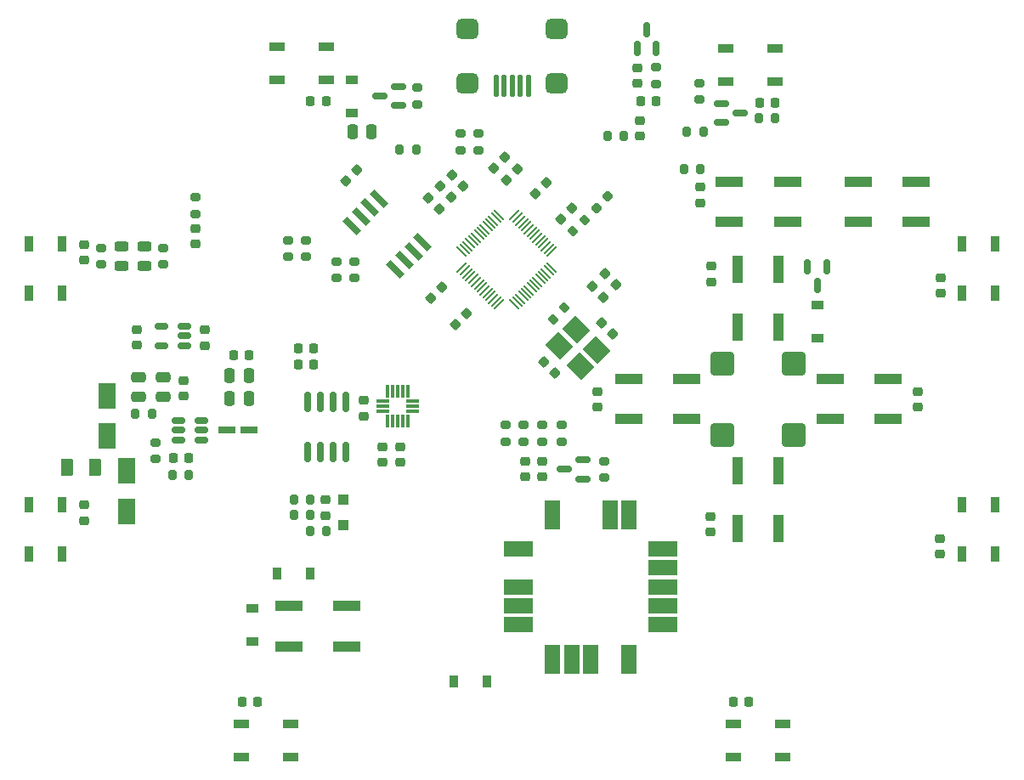
<source format=gbr>
%TF.GenerationSoftware,KiCad,Pcbnew,(6.0.8)*%
%TF.CreationDate,2023-04-20T14:40:41+02:00*%
%TF.ProjectId,scheda PSE,73636865-6461-4205-9053-452e6b696361,rev?*%
%TF.SameCoordinates,Original*%
%TF.FileFunction,Paste,Top*%
%TF.FilePolarity,Positive*%
%FSLAX46Y46*%
G04 Gerber Fmt 4.6, Leading zero omitted, Abs format (unit mm)*
G04 Created by KiCad (PCBNEW (6.0.8)) date 2023-04-20 14:40:41*
%MOMM*%
%LPD*%
G01*
G04 APERTURE LIST*
G04 Aperture macros list*
%AMRoundRect*
0 Rectangle with rounded corners*
0 $1 Rounding radius*
0 $2 $3 $4 $5 $6 $7 $8 $9 X,Y pos of 4 corners*
0 Add a 4 corners polygon primitive as box body*
4,1,4,$2,$3,$4,$5,$6,$7,$8,$9,$2,$3,0*
0 Add four circle primitives for the rounded corners*
1,1,$1+$1,$2,$3*
1,1,$1+$1,$4,$5*
1,1,$1+$1,$6,$7*
1,1,$1+$1,$8,$9*
0 Add four rect primitives between the rounded corners*
20,1,$1+$1,$2,$3,$4,$5,0*
20,1,$1+$1,$4,$5,$6,$7,0*
20,1,$1+$1,$6,$7,$8,$9,0*
20,1,$1+$1,$8,$9,$2,$3,0*%
%AMRotRect*
0 Rectangle, with rotation*
0 The origin of the aperture is its center*
0 $1 length*
0 $2 width*
0 $3 Rotation angle, in degrees counterclockwise*
0 Add horizontal line*
21,1,$1,$2,0,0,$3*%
G04 Aperture macros list end*
%ADD10C,0.010000*%
%ADD11R,0.900000X1.500000*%
%ADD12RotRect,0.660400X2.032000X45.000000*%
%ADD13RoundRect,0.225000X0.250000X-0.225000X0.250000X0.225000X-0.250000X0.225000X-0.250000X-0.225000X0*%
%ADD14RoundRect,0.225000X0.335876X0.017678X0.017678X0.335876X-0.335876X-0.017678X-0.017678X-0.335876X0*%
%ADD15RoundRect,0.150000X0.512500X0.150000X-0.512500X0.150000X-0.512500X-0.150000X0.512500X-0.150000X0*%
%ADD16RoundRect,0.250000X0.250000X0.475000X-0.250000X0.475000X-0.250000X-0.475000X0.250000X-0.475000X0*%
%ADD17RoundRect,0.225000X0.225000X0.250000X-0.225000X0.250000X-0.225000X-0.250000X0.225000X-0.250000X0*%
%ADD18RoundRect,0.225000X0.017678X-0.335876X0.335876X-0.017678X-0.017678X0.335876X-0.335876X0.017678X0*%
%ADD19RoundRect,0.150000X0.150000X-0.587500X0.150000X0.587500X-0.150000X0.587500X-0.150000X-0.587500X0*%
%ADD20R,2.750000X1.000000*%
%ADD21RoundRect,0.200000X0.200000X0.275000X-0.200000X0.275000X-0.200000X-0.275000X0.200000X-0.275000X0*%
%ADD22RoundRect,0.050000X0.486136X0.415425X0.415425X0.486136X-0.486136X-0.415425X-0.415425X-0.486136X0*%
%ADD23RoundRect,0.050000X0.415425X-0.486136X0.486136X-0.415425X-0.415425X0.486136X-0.486136X0.415425X0*%
%ADD24RoundRect,0.200000X-0.275000X0.200000X-0.275000X-0.200000X0.275000X-0.200000X0.275000X0.200000X0*%
%ADD25RotRect,2.100000X1.800000X315.000000*%
%ADD26RoundRect,0.225000X-0.250000X0.225000X-0.250000X-0.225000X0.250000X-0.225000X0.250000X0.225000X0*%
%ADD27RoundRect,0.200000X-0.950000X0.950000X-0.950000X-0.950000X0.950000X-0.950000X0.950000X0.950000X0*%
%ADD28RoundRect,0.243750X-0.456250X0.243750X-0.456250X-0.243750X0.456250X-0.243750X0.456250X0.243750X0*%
%ADD29RoundRect,0.250000X-0.375000X-0.625000X0.375000X-0.625000X0.375000X0.625000X-0.375000X0.625000X0*%
%ADD30RoundRect,0.200000X0.275000X-0.200000X0.275000X0.200000X-0.275000X0.200000X-0.275000X-0.200000X0*%
%ADD31RoundRect,0.150000X-0.587500X-0.150000X0.587500X-0.150000X0.587500X0.150000X-0.587500X0.150000X0*%
%ADD32R,1.500000X0.900000*%
%ADD33RoundRect,0.200000X-0.200000X-0.275000X0.200000X-0.275000X0.200000X0.275000X-0.200000X0.275000X0*%
%ADD34R,1.000000X2.750000*%
%ADD35RoundRect,0.250000X0.475000X-0.250000X0.475000X0.250000X-0.475000X0.250000X-0.475000X-0.250000X0*%
%ADD36RoundRect,0.150000X0.587500X0.150000X-0.587500X0.150000X-0.587500X-0.150000X0.587500X-0.150000X0*%
%ADD37RoundRect,0.225000X-0.335876X-0.017678X-0.017678X-0.335876X0.335876X0.017678X0.017678X0.335876X0*%
%ADD38R,1.200000X0.900000*%
%ADD39R,0.900000X1.200000*%
%ADD40RoundRect,0.218750X-0.026517X0.335876X-0.335876X0.026517X0.026517X-0.335876X0.335876X-0.026517X0*%
%ADD41RoundRect,0.225000X-0.017678X0.335876X-0.335876X0.017678X0.017678X-0.335876X0.335876X-0.017678X0*%
%ADD42R,1.800000X2.500000*%
%ADD43R,3.000000X1.500000*%
%ADD44R,1.500000X3.000000*%
%ADD45RoundRect,0.150000X0.150000X-0.825000X0.150000X0.825000X-0.150000X0.825000X-0.150000X-0.825000X0*%
%ADD46R,1.000000X1.000000*%
%ADD47RoundRect,0.125000X0.125000X0.975000X-0.125000X0.975000X-0.125000X-0.975000X0.125000X-0.975000X0*%
%ADD48RoundRect,0.500000X-0.600000X0.500000X-0.600000X-0.500000X0.600000X-0.500000X0.600000X0.500000X0*%
%ADD49RoundRect,0.225000X-0.225000X-0.250000X0.225000X-0.250000X0.225000X0.250000X-0.225000X0.250000X0*%
%ADD50R,1.752600X0.711200*%
%ADD51RoundRect,0.150000X-0.150000X0.587500X-0.150000X-0.587500X0.150000X-0.587500X0.150000X0.587500X0*%
%ADD52RoundRect,0.200000X0.053033X-0.335876X0.335876X-0.053033X-0.053033X0.335876X-0.335876X0.053033X0*%
%ADD53RoundRect,0.200000X-0.053033X0.335876X-0.335876X0.053033X0.053033X-0.335876X0.335876X-0.053033X0*%
G04 APERTURE END LIST*
%TO.C,U8*%
G36*
X143193796Y-96782200D02*
G01*
X142913796Y-96782200D01*
X142913796Y-95592200D01*
X143193796Y-95592200D01*
X143193796Y-96782200D01*
G37*
D10*
X143193796Y-96782200D02*
X142913796Y-96782200D01*
X142913796Y-95592200D01*
X143193796Y-95592200D01*
X143193796Y-96782200D01*
G36*
X144193796Y-99732200D02*
G01*
X143913796Y-99732200D01*
X143913796Y-98542200D01*
X144193796Y-98542200D01*
X144193796Y-99732200D01*
G37*
X144193796Y-99732200D02*
X143913796Y-99732200D01*
X143913796Y-98542200D01*
X144193796Y-98542200D01*
X144193796Y-99732200D01*
G36*
X146123796Y-97302200D02*
G01*
X144933796Y-97302200D01*
X144933796Y-97022200D01*
X146123796Y-97022200D01*
X146123796Y-97302200D01*
G37*
X146123796Y-97302200D02*
X144933796Y-97302200D01*
X144933796Y-97022200D01*
X146123796Y-97022200D01*
X146123796Y-97302200D01*
G36*
X146123796Y-97802200D02*
G01*
X144933796Y-97802200D01*
X144933796Y-97522200D01*
X146123796Y-97522200D01*
X146123796Y-97802200D01*
G37*
X146123796Y-97802200D02*
X144933796Y-97802200D01*
X144933796Y-97522200D01*
X146123796Y-97522200D01*
X146123796Y-97802200D01*
G36*
X145193796Y-99732200D02*
G01*
X144913796Y-99732200D01*
X144913796Y-98542200D01*
X145193796Y-98542200D01*
X145193796Y-99732200D01*
G37*
X145193796Y-99732200D02*
X144913796Y-99732200D01*
X144913796Y-98542200D01*
X145193796Y-98542200D01*
X145193796Y-99732200D01*
G36*
X143693796Y-99732200D02*
G01*
X143413796Y-99732200D01*
X143413796Y-98542200D01*
X143693796Y-98542200D01*
X143693796Y-99732200D01*
G37*
X143693796Y-99732200D02*
X143413796Y-99732200D01*
X143413796Y-98542200D01*
X143693796Y-98542200D01*
X143693796Y-99732200D01*
G36*
X146123796Y-98302200D02*
G01*
X144933796Y-98302200D01*
X144933796Y-98022200D01*
X146123796Y-98022200D01*
X146123796Y-98302200D01*
G37*
X146123796Y-98302200D02*
X144933796Y-98302200D01*
X144933796Y-98022200D01*
X146123796Y-98022200D01*
X146123796Y-98302200D01*
G36*
X144693796Y-96782200D02*
G01*
X144413796Y-96782200D01*
X144413796Y-95592200D01*
X144693796Y-95592200D01*
X144693796Y-96782200D01*
G37*
X144693796Y-96782200D02*
X144413796Y-96782200D01*
X144413796Y-95592200D01*
X144693796Y-95592200D01*
X144693796Y-96782200D01*
G36*
X144193796Y-96782200D02*
G01*
X143913796Y-96782200D01*
X143913796Y-95592200D01*
X144193796Y-95592200D01*
X144193796Y-96782200D01*
G37*
X144193796Y-96782200D02*
X143913796Y-96782200D01*
X143913796Y-95592200D01*
X144193796Y-95592200D01*
X144193796Y-96782200D01*
G36*
X143693796Y-96782200D02*
G01*
X143413796Y-96782200D01*
X143413796Y-95592200D01*
X143693796Y-95592200D01*
X143693796Y-96782200D01*
G37*
X143693796Y-96782200D02*
X143413796Y-96782200D01*
X143413796Y-95592200D01*
X143693796Y-95592200D01*
X143693796Y-96782200D01*
G36*
X143173796Y-97302200D02*
G01*
X141983796Y-97302200D01*
X141983796Y-97022200D01*
X143173796Y-97022200D01*
X143173796Y-97302200D01*
G37*
X143173796Y-97302200D02*
X141983796Y-97302200D01*
X141983796Y-97022200D01*
X143173796Y-97022200D01*
X143173796Y-97302200D01*
G36*
X144693796Y-99732200D02*
G01*
X144413796Y-99732200D01*
X144413796Y-98542200D01*
X144693796Y-98542200D01*
X144693796Y-99732200D01*
G37*
X144693796Y-99732200D02*
X144413796Y-99732200D01*
X144413796Y-98542200D01*
X144693796Y-98542200D01*
X144693796Y-99732200D01*
G36*
X143193796Y-99732200D02*
G01*
X142913796Y-99732200D01*
X142913796Y-98542200D01*
X143193796Y-98542200D01*
X143193796Y-99732200D01*
G37*
X143193796Y-99732200D02*
X142913796Y-99732200D01*
X142913796Y-98542200D01*
X143193796Y-98542200D01*
X143193796Y-99732200D01*
G36*
X145193796Y-96782200D02*
G01*
X144913796Y-96782200D01*
X144913796Y-95592200D01*
X145193796Y-95592200D01*
X145193796Y-96782200D01*
G37*
X145193796Y-96782200D02*
X144913796Y-96782200D01*
X144913796Y-95592200D01*
X145193796Y-95592200D01*
X145193796Y-96782200D01*
G36*
X143173796Y-98302200D02*
G01*
X141983796Y-98302200D01*
X141983796Y-98022200D01*
X143173796Y-98022200D01*
X143173796Y-98302200D01*
G37*
X143173796Y-98302200D02*
X141983796Y-98302200D01*
X141983796Y-98022200D01*
X143173796Y-98022200D01*
X143173796Y-98302200D01*
G36*
X143173796Y-97802200D02*
G01*
X141983796Y-97802200D01*
X141983796Y-97522200D01*
X143173796Y-97522200D01*
X143173796Y-97802200D01*
G37*
X143173796Y-97802200D02*
X141983796Y-97802200D01*
X141983796Y-97522200D01*
X143173796Y-97522200D01*
X143173796Y-97802200D01*
%TD*%
D11*
%TO.C,D3*%
X200350000Y-112450000D03*
X203650000Y-112450000D03*
X203650000Y-107550000D03*
X200350000Y-107550000D03*
%TD*%
D12*
%TO.C,U2*%
X143880184Y-84055064D03*
X144778209Y-83157039D03*
X145676235Y-82259013D03*
X146574260Y-81360988D03*
X142227816Y-77014544D03*
X141329791Y-77912569D03*
X140431765Y-78810595D03*
X139533740Y-79708620D03*
%TD*%
D13*
%TO.C,C36*%
X168259996Y-70777400D03*
X168259996Y-69227400D03*
%TD*%
D14*
%TO.C,C13*%
X150611208Y-75732008D03*
X149515192Y-74635992D03*
%TD*%
D15*
%TO.C,U5*%
X122855500Y-91644804D03*
X122855500Y-90694804D03*
X122855500Y-89744804D03*
X120580500Y-89744804D03*
X120580500Y-91644804D03*
%TD*%
D16*
%TO.C,C39*%
X129270996Y-94631804D03*
X127370996Y-94631804D03*
%TD*%
D17*
%TO.C,C48*%
X169838196Y-67316520D03*
X168288196Y-67316520D03*
%TD*%
D13*
%TO.C,C26*%
X195895196Y-97775000D03*
X195895196Y-96225000D03*
%TD*%
D18*
%TO.C,C18*%
X157828334Y-76549886D03*
X158924350Y-75453870D03*
%TD*%
D19*
%TO.C,U10*%
X167950000Y-62031204D03*
X169850000Y-62031204D03*
X168900000Y-60156204D03*
%TD*%
D20*
%TO.C,SW5*%
X187154759Y-95000929D03*
X192914759Y-95000929D03*
X192914759Y-99000929D03*
X187154759Y-99000929D03*
%TD*%
D21*
%TO.C,R30*%
X145935200Y-72136000D03*
X144285200Y-72136000D03*
%TD*%
D22*
%TO.C,U1*%
X150483730Y-83900534D03*
X150766573Y-84183377D03*
X151049416Y-84466220D03*
X151332259Y-84749062D03*
X151615101Y-85031905D03*
X151897944Y-85314748D03*
X152180787Y-85597591D03*
X152463629Y-85880433D03*
X152746472Y-86163276D03*
X153029315Y-86446119D03*
X153312158Y-86728961D03*
X153595000Y-87011804D03*
X153877843Y-87294647D03*
X154160686Y-87577490D03*
D23*
X155733998Y-87577490D03*
X156016841Y-87294647D03*
X156299684Y-87011804D03*
X156582526Y-86728961D03*
X156865369Y-86446119D03*
X157148212Y-86163276D03*
X157431055Y-85880433D03*
X157713897Y-85597591D03*
X157996740Y-85314748D03*
X158279583Y-85031905D03*
X158562425Y-84749062D03*
X158845268Y-84466220D03*
X159128111Y-84183377D03*
X159410954Y-83900534D03*
D22*
X159410954Y-82327222D03*
X159128111Y-82044379D03*
X158845268Y-81761536D03*
X158562425Y-81478694D03*
X158279583Y-81195851D03*
X157996740Y-80913008D03*
X157713897Y-80630165D03*
X157431055Y-80347323D03*
X157148212Y-80064480D03*
X156865369Y-79781637D03*
X156582526Y-79498795D03*
X156299684Y-79215952D03*
X156016841Y-78933109D03*
X155733998Y-78650266D03*
D23*
X154160686Y-78650266D03*
X153877843Y-78933109D03*
X153595000Y-79215952D03*
X153312158Y-79498795D03*
X153029315Y-79781637D03*
X152746472Y-80064480D03*
X152463629Y-80347323D03*
X152180787Y-80630165D03*
X151897944Y-80913008D03*
X151615101Y-81195851D03*
X151332259Y-81478694D03*
X151049416Y-81761536D03*
X150766573Y-82044379D03*
X150483730Y-82327222D03*
%TD*%
D14*
%TO.C,C23*%
X165546408Y-90464008D03*
X164450392Y-89367992D03*
%TD*%
D24*
%TO.C,R5*%
X134924800Y-81166200D03*
X134924800Y-82816200D03*
%TD*%
D25*
%TO.C,Y1*%
X160220864Y-91664746D03*
X162271474Y-93715356D03*
X163897820Y-92089010D03*
X161847210Y-90038400D03*
%TD*%
D26*
%TO.C,C45*%
X140716000Y-97142000D03*
X140716000Y-98692000D03*
%TD*%
D27*
%TO.C,BZ1*%
X183551759Y-93450929D03*
X176451759Y-93450929D03*
X176451759Y-100550929D03*
X183551759Y-100550929D03*
%TD*%
D18*
%TO.C,C19*%
X154907334Y-75178286D03*
X156003350Y-74082270D03*
%TD*%
D28*
%TO.C,D16*%
X116536400Y-81820304D03*
X116536400Y-83695304D03*
%TD*%
D29*
%TO.C,F1*%
X111174000Y-103775804D03*
X113974000Y-103775804D03*
%TD*%
D30*
%TO.C,R10*%
X158496000Y-101244400D03*
X158496000Y-99594400D03*
%TD*%
D31*
%TO.C,Q1*%
X176354500Y-67528400D03*
X176354500Y-69428400D03*
X178229500Y-68478400D03*
%TD*%
D28*
%TO.C,D18*%
X118822400Y-81820304D03*
X118822400Y-83695304D03*
%TD*%
D32*
%TO.C,D4*%
X177550000Y-129350000D03*
X177550000Y-132650000D03*
X182450000Y-132650000D03*
X182450000Y-129350000D03*
%TD*%
D26*
%TO.C,C38*%
X136855200Y-107035600D03*
X136855200Y-108585600D03*
%TD*%
D33*
%TO.C,R3*%
X180073800Y-69037200D03*
X181723800Y-69037200D03*
%TD*%
D34*
%TO.C,SW3*%
X182001759Y-89847929D03*
X182001759Y-84087929D03*
X178001759Y-84087929D03*
X178001759Y-89847929D03*
%TD*%
D24*
%TO.C,R13*%
X150368000Y-70549000D03*
X150368000Y-72199000D03*
%TD*%
D35*
%TO.C,C31*%
X120702000Y-96724804D03*
X120702000Y-94824804D03*
%TD*%
D36*
%TO.C,Q4*%
X144205924Y-67736951D03*
X144205924Y-65836951D03*
X142330924Y-66786951D03*
%TD*%
D26*
%TO.C,C41*%
X142529796Y-101762200D03*
X142529796Y-103312200D03*
%TD*%
D13*
%TO.C,C44*%
X156833300Y-104754004D03*
X156833300Y-103204004D03*
%TD*%
D21*
%TO.C,R22*%
X135394200Y-107035600D03*
X133744200Y-107035600D03*
%TD*%
D17*
%TO.C,C8*%
X136956800Y-67310000D03*
X135406800Y-67310000D03*
%TD*%
D30*
%TO.C,R29*%
X146011624Y-67611951D03*
X146011624Y-65961951D03*
%TD*%
D32*
%TO.C,D8*%
X136950000Y-65150000D03*
X136950000Y-61850000D03*
X132050000Y-61850000D03*
X132050000Y-65150000D03*
%TD*%
D37*
%TO.C,C14*%
X164762534Y-84496270D03*
X165858550Y-85592286D03*
%TD*%
D24*
%TO.C,R6*%
X133146800Y-81166200D03*
X133146800Y-82816200D03*
%TD*%
D17*
%TO.C,C35*%
X123255000Y-102886804D03*
X121705000Y-102886804D03*
%TD*%
D38*
%TO.C,D9*%
X185877200Y-90930000D03*
X185877200Y-87630000D03*
%TD*%
D30*
%TO.C,R1*%
X174142400Y-67169800D03*
X174142400Y-65519800D03*
%TD*%
D14*
%TO.C,C16*%
X148274408Y-78068808D03*
X147178392Y-76972792D03*
%TD*%
D26*
%TO.C,C43*%
X144307796Y-101762200D03*
X144307796Y-103312200D03*
%TD*%
D13*
%TO.C,C34*%
X118059200Y-91643200D03*
X118059200Y-90093200D03*
%TD*%
D39*
%TO.C,D19*%
X152959000Y-125111804D03*
X149659000Y-125111804D03*
%TD*%
D32*
%TO.C,D1*%
X181680000Y-65340000D03*
X181680000Y-62040000D03*
X176780000Y-62040000D03*
X176780000Y-65340000D03*
%TD*%
D26*
%TO.C,C6*%
X112877600Y-107543600D03*
X112877600Y-109093600D03*
%TD*%
%TO.C,C47*%
X123901200Y-79997000D03*
X123901200Y-81547000D03*
%TD*%
D16*
%TO.C,C37*%
X129270996Y-96917804D03*
X127370996Y-96917804D03*
%TD*%
D11*
%TO.C,D7*%
X110650000Y-81550000D03*
X107350000Y-81550000D03*
X107350000Y-86450000D03*
X110650000Y-86450000D03*
%TD*%
D40*
%TO.C,D10*%
X164980342Y-76816631D03*
X163866648Y-77930325D03*
%TD*%
D41*
%TO.C,C10*%
X150977600Y-88504392D03*
X149881584Y-89600408D03*
%TD*%
D34*
%TO.C,SW6*%
X178001759Y-104153929D03*
X178001759Y-109913929D03*
X182001759Y-109913929D03*
X182001759Y-104153929D03*
%TD*%
D42*
%TO.C,D12*%
X115114000Y-96695804D03*
X115114000Y-100695804D03*
%TD*%
D18*
%TO.C,C20*%
X153688134Y-73959086D03*
X154784150Y-72863070D03*
%TD*%
D43*
%TO.C,U7*%
X170522000Y-119497000D03*
X170522000Y-117597000D03*
X170522000Y-115697000D03*
X170522000Y-113797000D03*
X170522000Y-111897000D03*
D44*
X167122000Y-108497000D03*
X165222000Y-108497000D03*
X159522000Y-108497000D03*
D43*
X156122000Y-111897000D03*
X156122000Y-115697000D03*
X156122000Y-117597000D03*
X156122000Y-119497000D03*
D44*
X159522000Y-122897000D03*
X161422000Y-122897000D03*
X163322000Y-122897000D03*
X167122000Y-122897000D03*
%TD*%
D45*
%TO.C,U3*%
X135153400Y-102246200D03*
X136423400Y-102246200D03*
X137693400Y-102246200D03*
X138963400Y-102246200D03*
X138963400Y-97296200D03*
X137693400Y-97296200D03*
X136423400Y-97296200D03*
X135153400Y-97296200D03*
%TD*%
D17*
%TO.C,C40*%
X129270996Y-92599804D03*
X127720996Y-92599804D03*
%TD*%
D20*
%TO.C,SW7*%
X139024000Y-117634000D03*
X133264000Y-117634000D03*
X133264000Y-121634000D03*
X139024000Y-121634000D03*
%TD*%
D37*
%TO.C,C9*%
X163492534Y-85740870D03*
X164588550Y-86836886D03*
%TD*%
%TO.C,C22*%
X158648400Y-93319600D03*
X159744416Y-94415616D03*
%TD*%
D24*
%TO.C,R16*%
X114555200Y-81932804D03*
X114555200Y-83582804D03*
%TD*%
D20*
%TO.C,SW4*%
X167088759Y-95000929D03*
X172848759Y-95000929D03*
X167088759Y-99000929D03*
X172848759Y-99000929D03*
%TD*%
D13*
%TO.C,C33*%
X124902196Y-91666000D03*
X124902196Y-90116000D03*
%TD*%
D46*
%TO.C,D17*%
X138684000Y-107035600D03*
X138684000Y-109535600D03*
%TD*%
D14*
%TO.C,C12*%
X149442808Y-76900408D03*
X148346792Y-75804392D03*
%TD*%
D13*
%TO.C,C27*%
X175267342Y-110254078D03*
X175267342Y-108704078D03*
%TD*%
D17*
%TO.C,C29*%
X135725200Y-91948000D03*
X134175200Y-91948000D03*
%TD*%
D24*
%TO.C,R26*%
X139754000Y-83265804D03*
X139754000Y-84915804D03*
%TD*%
D20*
%TO.C,SW1*%
X182915200Y-79317600D03*
X177155200Y-79317600D03*
X182915200Y-75317600D03*
X177155200Y-75317600D03*
%TD*%
D13*
%TO.C,C3*%
X198120000Y-112471200D03*
X198120000Y-110921200D03*
%TD*%
D47*
%TO.C,J4*%
X157106400Y-65767000D03*
X156306400Y-65767000D03*
X155506400Y-65767000D03*
X154706400Y-65767000D03*
X153906400Y-65767000D03*
D48*
X159956400Y-60067000D03*
X159956400Y-65567000D03*
X151056400Y-60067000D03*
X151056400Y-65567000D03*
%TD*%
D18*
%TO.C,C17*%
X160368334Y-79089886D03*
X161464350Y-77993870D03*
%TD*%
D49*
%TO.C,C4*%
X177546000Y-127152400D03*
X179096000Y-127152400D03*
%TD*%
D26*
%TO.C,C24*%
X175318142Y-83761278D03*
X175318142Y-85311278D03*
%TD*%
D24*
%TO.C,R24*%
X164707300Y-103167004D03*
X164707300Y-104817004D03*
%TD*%
D13*
%TO.C,C2*%
X198170800Y-86461600D03*
X198170800Y-84911600D03*
%TD*%
D50*
%TO.C,L1*%
X127115500Y-100092804D03*
X129274500Y-100092804D03*
%TD*%
D51*
%TO.C,Q2*%
X186827200Y-83796900D03*
X184927200Y-83796900D03*
X185877200Y-85671900D03*
%TD*%
D11*
%TO.C,D6*%
X110650000Y-107550000D03*
X107350000Y-107550000D03*
X107350000Y-112450000D03*
X110650000Y-112450000D03*
%TD*%
D15*
%TO.C,U6*%
X124506500Y-101042804D03*
X124506500Y-100092804D03*
X124506500Y-99142804D03*
X122231500Y-99142804D03*
X122231500Y-100092804D03*
X122231500Y-101042804D03*
%TD*%
D41*
%TO.C,C15*%
X148510350Y-85867870D03*
X147414334Y-86963886D03*
%TD*%
D36*
%TO.C,Q3*%
X162582300Y-104942004D03*
X162582300Y-103042004D03*
X160707300Y-103992004D03*
%TD*%
D30*
%TO.C,R8*%
X154838400Y-101244400D03*
X154838400Y-99594400D03*
%TD*%
D11*
%TO.C,D2*%
X200350000Y-86450000D03*
X203650000Y-86450000D03*
X203650000Y-81550000D03*
X200350000Y-81550000D03*
%TD*%
D33*
%TO.C,R4*%
X172591196Y-74063800D03*
X174241196Y-74063800D03*
%TD*%
D24*
%TO.C,R28*%
X169838295Y-63936496D03*
X169838295Y-65586496D03*
%TD*%
%TO.C,R15*%
X119940000Y-101299804D03*
X119940000Y-102949804D03*
%TD*%
D26*
%TO.C,C7*%
X112826800Y-81571800D03*
X112826800Y-83121800D03*
%TD*%
D33*
%TO.C,R21*%
X135369800Y-110134400D03*
X137019800Y-110134400D03*
%TD*%
D26*
%TO.C,C11*%
X174228996Y-75879600D03*
X174228996Y-77429600D03*
%TD*%
D39*
%TO.C,D14*%
X132081000Y-114355878D03*
X135381000Y-114355878D03*
%TD*%
D13*
%TO.C,C25*%
X164018196Y-97775000D03*
X164018196Y-96225000D03*
%TD*%
D30*
%TO.C,R27*%
X123901200Y-78536800D03*
X123901200Y-76886800D03*
%TD*%
D33*
%TO.C,R19*%
X164975473Y-70753395D03*
X166625473Y-70753395D03*
%TD*%
D30*
%TO.C,R9*%
X156652196Y-101244400D03*
X156652196Y-99594400D03*
%TD*%
D35*
%TO.C,C30*%
X118289000Y-96724804D03*
X118289000Y-94824804D03*
%TD*%
D52*
%TO.C,R12*%
X161526779Y-80293641D03*
X162693505Y-79126915D03*
%TD*%
D26*
%TO.C,C46*%
X167970400Y-63986404D03*
X167970400Y-65536404D03*
%TD*%
D17*
%TO.C,C1*%
X181711600Y-67462400D03*
X180161600Y-67462400D03*
%TD*%
D21*
%TO.C,R17*%
X123305000Y-104537804D03*
X121655000Y-104537804D03*
%TD*%
D38*
%TO.C,D15*%
X129592000Y-117873804D03*
X129592000Y-121173804D03*
%TD*%
%TO.C,D13*%
X139548800Y-65194204D03*
X139548800Y-68494204D03*
%TD*%
D42*
%TO.C,D11*%
X117044400Y-104163404D03*
X117044400Y-108163404D03*
%TD*%
D18*
%TO.C,C21*%
X138897992Y-75274808D03*
X139994008Y-74178792D03*
%TD*%
D13*
%TO.C,C42*%
X158484300Y-104754004D03*
X158484300Y-103204004D03*
%TD*%
D20*
%TO.C,SW2*%
X195780231Y-75317600D03*
X190020231Y-75317600D03*
X190020231Y-79317600D03*
X195780231Y-79317600D03*
%TD*%
D53*
%TO.C,R7*%
X160712305Y-87864515D03*
X159545579Y-89031241D03*
%TD*%
D16*
%TO.C,FB1*%
X141464000Y-70349404D03*
X139564000Y-70349404D03*
%TD*%
D24*
%TO.C,R25*%
X137976000Y-83265804D03*
X137976000Y-84915804D03*
%TD*%
D17*
%TO.C,C28*%
X135725200Y-93573600D03*
X134175200Y-93573600D03*
%TD*%
D49*
%TO.C,C5*%
X128574800Y-127152400D03*
X130124800Y-127152400D03*
%TD*%
D24*
%TO.C,R23*%
X120752800Y-81932804D03*
X120752800Y-83582804D03*
%TD*%
D21*
%TO.C,R2*%
X174561000Y-70358000D03*
X172911000Y-70358000D03*
%TD*%
D13*
%TO.C,C32*%
X122717796Y-96708200D03*
X122717796Y-95158200D03*
%TD*%
D21*
%TO.C,R18*%
X119622000Y-98441804D03*
X117972000Y-98441804D03*
%TD*%
D32*
%TO.C,D5*%
X128550000Y-129350000D03*
X128550000Y-132650000D03*
X133450000Y-132650000D03*
X133450000Y-129350000D03*
%TD*%
D30*
%TO.C,R14*%
X152146000Y-72199000D03*
X152146000Y-70549000D03*
%TD*%
D33*
%TO.C,R20*%
X133732000Y-108559600D03*
X135382000Y-108559600D03*
%TD*%
D30*
%TO.C,R11*%
X160462196Y-101244400D03*
X160462196Y-99594400D03*
%TD*%
M02*

</source>
